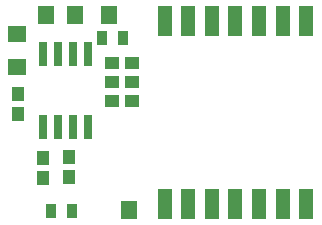
<source format=gbs>
G75*
%MOIN*%
%OFA0B0*%
%FSLAX25Y25*%
%IPPOS*%
%LPD*%
%AMOC8*
5,1,8,0,0,1.08239X$1,22.5*
%
%ADD10R,0.05400X0.06400*%
%ADD11R,0.03550X0.05124*%
%ADD12R,0.06400X0.05400*%
%ADD13R,0.04731X0.04337*%
%ADD14R,0.05124X0.10411*%
%ADD15R,0.03000X0.08400*%
%ADD16R,0.04337X0.04731*%
D10*
X0043325Y0008918D03*
X0036557Y0073979D03*
X0025390Y0074031D03*
X0015790Y0074031D03*
D11*
X0017227Y0008500D03*
X0024314Y0008500D03*
X0034247Y0066231D03*
X0041333Y0066231D03*
D12*
X0006051Y0067553D03*
X0006051Y0056698D03*
D13*
X0037550Y0058003D03*
X0037479Y0051529D03*
X0037516Y0045156D03*
X0044209Y0045156D03*
X0044172Y0051529D03*
X0044243Y0058003D03*
D14*
X0055168Y0071959D03*
X0063042Y0071959D03*
X0070916Y0071959D03*
X0078790Y0071959D03*
X0086664Y0071959D03*
X0094538Y0071959D03*
X0102412Y0071959D03*
X0102412Y0010904D03*
X0094538Y0010904D03*
X0086664Y0010904D03*
X0078790Y0010904D03*
X0070916Y0010904D03*
X0063042Y0010904D03*
X0055168Y0010904D03*
D15*
X0029637Y0036586D03*
X0024637Y0036586D03*
X0019637Y0036586D03*
X0014637Y0036586D03*
X0014637Y0060786D03*
X0019637Y0060786D03*
X0024637Y0060786D03*
X0029637Y0060786D03*
D16*
X0006133Y0047734D03*
X0006133Y0041041D03*
X0014780Y0026253D03*
X0014780Y0019560D03*
X0023397Y0019834D03*
X0023397Y0026527D03*
M02*

</source>
